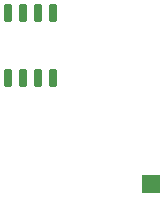
<source format=gbr>
%TF.GenerationSoftware,KiCad,Pcbnew,8.0.4*%
%TF.CreationDate,2024-08-25T11:53:40+01:00*%
%TF.ProjectId,ds_lite_tv_out_chip_swap,64735f6c-6974-4655-9f74-765f6f75745f,rev?*%
%TF.SameCoordinates,Original*%
%TF.FileFunction,Soldermask,Bot*%
%TF.FilePolarity,Negative*%
%FSLAX46Y46*%
G04 Gerber Fmt 4.6, Leading zero omitted, Abs format (unit mm)*
G04 Created by KiCad (PCBNEW 8.0.4) date 2024-08-25 11:53:40*
%MOMM*%
%LPD*%
G01*
G04 APERTURE LIST*
G04 Aperture macros list*
%AMRoundRect*
0 Rectangle with rounded corners*
0 $1 Rounding radius*
0 $2 $3 $4 $5 $6 $7 $8 $9 X,Y pos of 4 corners*
0 Add a 4 corners polygon primitive as box body*
4,1,4,$2,$3,$4,$5,$6,$7,$8,$9,$2,$3,0*
0 Add four circle primitives for the rounded corners*
1,1,$1+$1,$2,$3*
1,1,$1+$1,$4,$5*
1,1,$1+$1,$6,$7*
1,1,$1+$1,$8,$9*
0 Add four rect primitives between the rounded corners*
20,1,$1+$1,$2,$3,$4,$5,0*
20,1,$1+$1,$4,$5,$6,$7,0*
20,1,$1+$1,$6,$7,$8,$9,0*
20,1,$1+$1,$8,$9,$2,$3,0*%
G04 Aperture macros list end*
%ADD10RoundRect,0.187500X-0.187500X-0.562500X0.187500X-0.562500X0.187500X0.562500X-0.187500X0.562500X0*%
%ADD11R,1.500000X1.500000*%
G04 APERTURE END LIST*
D10*
%TO.C,U5*%
X150290000Y-79225000D03*
X151560000Y-79225000D03*
X152830000Y-79225000D03*
X154100000Y-79225000D03*
X154100000Y-73735000D03*
X152830000Y-73735000D03*
X151560000Y-73735000D03*
X150290000Y-73735000D03*
%TD*%
D11*
%TO.C,TP1*%
X162330000Y-88220000D03*
%TD*%
M02*

</source>
